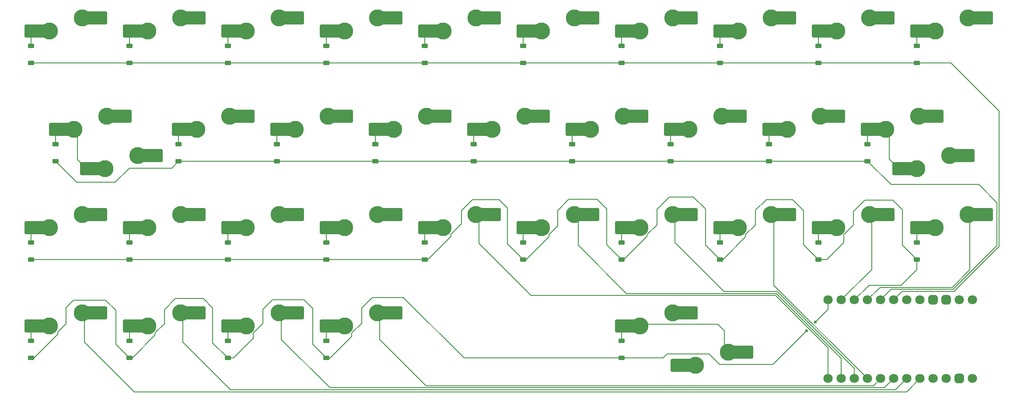
<source format=gbr>
%TF.GenerationSoftware,KiCad,Pcbnew,8.0.6*%
%TF.CreationDate,2024-12-14T14:22:50-07:00*%
%TF.ProjectId,tabesco-48,74616265-7363-46f2-9d34-382e6b696361,rev?*%
%TF.SameCoordinates,Original*%
%TF.FileFunction,Copper,L2,Bot*%
%TF.FilePolarity,Positive*%
%FSLAX46Y46*%
G04 Gerber Fmt 4.6, Leading zero omitted, Abs format (unit mm)*
G04 Created by KiCad (PCBNEW 8.0.6) date 2024-12-14 14:22:50*
%MOMM*%
%LPD*%
G01*
G04 APERTURE LIST*
G04 Aperture macros list*
%AMRoundRect*
0 Rectangle with rounded corners*
0 $1 Rounding radius*
0 $2 $3 $4 $5 $6 $7 $8 $9 X,Y pos of 4 corners*
0 Add a 4 corners polygon primitive as box body*
4,1,4,$2,$3,$4,$5,$6,$7,$8,$9,$2,$3,0*
0 Add four circle primitives for the rounded corners*
1,1,$1+$1,$2,$3*
1,1,$1+$1,$4,$5*
1,1,$1+$1,$6,$7*
1,1,$1+$1,$8,$9*
0 Add four rect primitives between the rounded corners*
20,1,$1+$1,$2,$3,$4,$5,0*
20,1,$1+$1,$4,$5,$6,$7,0*
20,1,$1+$1,$6,$7,$8,$9,0*
20,1,$1+$1,$8,$9,$2,$3,0*%
G04 Aperture macros list end*
%TA.AperFunction,SMDPad,CuDef*%
%ADD10RoundRect,0.225000X0.375000X-0.225000X0.375000X0.225000X-0.375000X0.225000X-0.375000X-0.225000X0*%
%TD*%
%TA.AperFunction,ComponentPad*%
%ADD11C,3.300000*%
%TD*%
%TA.AperFunction,SMDPad,CuDef*%
%ADD12R,1.650000X2.500000*%
%TD*%
%TA.AperFunction,SMDPad,CuDef*%
%ADD13RoundRect,0.250000X1.025000X1.000000X-1.025000X1.000000X-1.025000X-1.000000X1.025000X-1.000000X0*%
%TD*%
%TA.AperFunction,SMDPad,CuDef*%
%ADD14RoundRect,0.250000X-1.025000X-1.000000X1.025000X-1.000000X1.025000X1.000000X-1.025000X1.000000X0*%
%TD*%
%TA.AperFunction,ComponentPad*%
%ADD15C,1.800000*%
%TD*%
%TA.AperFunction,ComponentPad*%
%ADD16RoundRect,0.450000X0.450000X-0.450000X0.450000X0.450000X-0.450000X0.450000X-0.450000X-0.450000X0*%
%TD*%
%TA.AperFunction,ViaPad*%
%ADD17C,0.600000*%
%TD*%
%TA.AperFunction,Conductor*%
%ADD18C,0.200000*%
%TD*%
G04 APERTURE END LIST*
D10*
%TO.P,D16,1,K*%
%TO.N,/row1*%
X151701500Y-69517000D03*
%TO.P,D16,2,A*%
%TO.N,Net-(D16-A)*%
X151701500Y-66217000D03*
%TD*%
%TO.P,D20,1,K*%
%TO.N,/row2*%
X46926500Y-88567000D03*
%TO.P,D20,2,A*%
%TO.N,Net-(D20-A)*%
X46926500Y-85267000D03*
%TD*%
%TO.P,D3,1,K*%
%TO.N,/row0*%
X85026500Y-50467000D03*
%TO.P,D3,2,A*%
%TO.N,Net-(D3-A)*%
X85026500Y-47167000D03*
%TD*%
%TO.P,D25,1,K*%
%TO.N,/row2*%
X142176500Y-88567000D03*
%TO.P,D25,2,A*%
%TO.N,Net-(D25-A)*%
X142176500Y-85267000D03*
%TD*%
%TO.P,D30,1,K*%
%TO.N,/row3*%
X46926500Y-107617000D03*
%TO.P,D30,2,A*%
%TO.N,Net-(D30-A)*%
X46926500Y-104317000D03*
%TD*%
%TO.P,D34,1,K*%
%TO.N,/row3*%
X161226500Y-107617000D03*
%TO.P,D34,2,A*%
%TO.N,Net-(D34-A)*%
X161226500Y-104317000D03*
%TD*%
D11*
%TO.P,MX4,1,1*%
%TO.N,Net-(D4-A)*%
X107626500Y-44309500D03*
D12*
X105801500Y-44309500D03*
D13*
X104076500Y-44309500D03*
%TO.P,MX4,2,2*%
%TO.N,/col3*%
X117526500Y-41769500D03*
D12*
X115776500Y-41769500D03*
D11*
X113976500Y-41769500D03*
%TD*%
D10*
%TO.P,D7,1,K*%
%TO.N,/row0*%
X161226500Y-50467000D03*
%TO.P,D7,2,A*%
%TO.N,Net-(D7-A)*%
X161226500Y-47167000D03*
%TD*%
D11*
%TO.P,MX2,1,1*%
%TO.N,Net-(D2-A)*%
X69526500Y-44309500D03*
D12*
X67701500Y-44309500D03*
D13*
X65976500Y-44309500D03*
%TO.P,MX2,2,2*%
%TO.N,/col1*%
X79426500Y-41769500D03*
D12*
X77676500Y-41769500D03*
D11*
X75876500Y-41769500D03*
%TD*%
D10*
%TO.P,D12,1,K*%
%TO.N,/row1*%
X75501500Y-69517000D03*
%TO.P,D12,2,A*%
%TO.N,Net-(D12-A)*%
X75501500Y-66217000D03*
%TD*%
%TO.P,D29,1,K*%
%TO.N,/row2*%
X218376500Y-88567000D03*
%TO.P,D29,2,A*%
%TO.N,Net-(D29-A)*%
X218376500Y-85267000D03*
%TD*%
D11*
%TO.P,MX13,1,1*%
%TO.N,Net-(D13-A)*%
X98101500Y-63359500D03*
D12*
X96276500Y-63359500D03*
D13*
X94551500Y-63359500D03*
%TO.P,MX13,2,2*%
%TO.N,/col2*%
X108001500Y-60819500D03*
D12*
X106251500Y-60819500D03*
D11*
X104451500Y-60819500D03*
%TD*%
D10*
%TO.P,D23,1,K*%
%TO.N,/row2*%
X104076500Y-88567000D03*
%TO.P,D23,2,A*%
%TO.N,Net-(D23-A)*%
X104076500Y-85267000D03*
%TD*%
D11*
%TO.P,MX21,1,1*%
%TO.N,Net-(D21-A)*%
X69526500Y-82409500D03*
D12*
X67701500Y-82409500D03*
D13*
X65976500Y-82409500D03*
%TO.P,MX21,2,2*%
%TO.N,/col1*%
X79426500Y-79869500D03*
D12*
X77676500Y-79869500D03*
D11*
X75876500Y-79869500D03*
%TD*%
D10*
%TO.P,D18,1,K*%
%TO.N,/row1*%
X189801500Y-69517000D03*
%TO.P,D18,2,A*%
%TO.N,Net-(D18-A)*%
X189801500Y-66217000D03*
%TD*%
D11*
%TO.P,MX15,1,1*%
%TO.N,Net-(D15-A)*%
X136201500Y-63359500D03*
D12*
X134376500Y-63359500D03*
D13*
X132651500Y-63359500D03*
%TO.P,MX15,2,2*%
%TO.N,/col4*%
X146101500Y-60819500D03*
D12*
X144351500Y-60819500D03*
D11*
X142551500Y-60819500D03*
%TD*%
%TO.P,MX11,1,1*%
%TO.N,Net-(D11-A)*%
X55239000Y-63359500D03*
D12*
X53414000Y-63359500D03*
D13*
X51689000Y-63359500D03*
%TO.P,MX11,2,2*%
%TO.N,/col0*%
X65139000Y-60819500D03*
D12*
X63389000Y-60819500D03*
D11*
X61589000Y-60819500D03*
%TD*%
%TO.P,MX19-2,1,1*%
%TO.N,/col8*%
X224784000Y-68439500D03*
D12*
X226609000Y-68439500D03*
D14*
X228334000Y-68439500D03*
%TO.P,MX19-2,2,2*%
%TO.N,Net-(D19-A)*%
X214884000Y-70979500D03*
D12*
X216634000Y-70979500D03*
D11*
X218434000Y-70979500D03*
%TD*%
%TO.P,MX24,1,1*%
%TO.N,Net-(D24-A)*%
X126676500Y-82409500D03*
D12*
X124851500Y-82409500D03*
D13*
X123126500Y-82409500D03*
%TO.P,MX24,2,2*%
%TO.N,/col4*%
X136576500Y-79869500D03*
D12*
X134826500Y-79869500D03*
D11*
X133026500Y-79869500D03*
%TD*%
%TO.P,MX8,1,1*%
%TO.N,Net-(D8-A)*%
X183826500Y-44309500D03*
D12*
X182001500Y-44309500D03*
D13*
X180276500Y-44309500D03*
%TO.P,MX8,2,2*%
%TO.N,/col7*%
X193726500Y-41769500D03*
D12*
X191976500Y-41769500D03*
D11*
X190176500Y-41769500D03*
%TD*%
%TO.P,MX3,1,1*%
%TO.N,Net-(D3-A)*%
X88576500Y-44309500D03*
D12*
X86751500Y-44309500D03*
D13*
X85026500Y-44309500D03*
%TO.P,MX3,2,2*%
%TO.N,/col2*%
X98476500Y-41769500D03*
D12*
X96726500Y-41769500D03*
D11*
X94926500Y-41769500D03*
%TD*%
%TO.P,MX29,1,1*%
%TO.N,Net-(D29-A)*%
X221926500Y-82409500D03*
D12*
X220101500Y-82409500D03*
D13*
X218376500Y-82409500D03*
%TO.P,MX29,2,2*%
%TO.N,/col9*%
X231826500Y-79869500D03*
D12*
X230076500Y-79869500D03*
D11*
X228276500Y-79869500D03*
%TD*%
%TO.P,MX17,1,1*%
%TO.N,Net-(D17-A)*%
X174301500Y-63359500D03*
D12*
X172476500Y-63359500D03*
D13*
X170751500Y-63359500D03*
%TO.P,MX17,2,2*%
%TO.N,/col6*%
X184201500Y-60819500D03*
D12*
X182451500Y-60819500D03*
D11*
X180651500Y-60819500D03*
%TD*%
D10*
%TO.P,D4,1,K*%
%TO.N,/row0*%
X104076500Y-50467000D03*
%TO.P,D4,2,A*%
%TO.N,Net-(D4-A)*%
X104076500Y-47167000D03*
%TD*%
%TO.P,D27,1,K*%
%TO.N,/row2*%
X180276500Y-88567000D03*
%TO.P,D27,2,A*%
%TO.N,Net-(D27-A)*%
X180276500Y-85267000D03*
%TD*%
D11*
%TO.P,MX11-2,1,1*%
%TO.N,/col0*%
X67621500Y-68439500D03*
D12*
X69446500Y-68439500D03*
D14*
X71171500Y-68439500D03*
%TO.P,MX11-2,2,2*%
%TO.N,Net-(D11-A)*%
X57721500Y-70979500D03*
D12*
X59471500Y-70979500D03*
D11*
X61271500Y-70979500D03*
%TD*%
%TO.P,MX32,1,1*%
%TO.N,Net-(D32-A)*%
X88576500Y-101459500D03*
D12*
X86751500Y-101459500D03*
D13*
X85026500Y-101459500D03*
%TO.P,MX32,2,2*%
%TO.N,/col2*%
X98476500Y-98919500D03*
D12*
X96726500Y-98919500D03*
D11*
X94926500Y-98919500D03*
%TD*%
%TO.P,MX28,1,1*%
%TO.N,Net-(D28-A)*%
X202876500Y-82409500D03*
D12*
X201051500Y-82409500D03*
D13*
X199326500Y-82409500D03*
%TO.P,MX28,2,2*%
%TO.N,/col8*%
X212776500Y-79869500D03*
D12*
X211026500Y-79869500D03*
D11*
X209226500Y-79869500D03*
%TD*%
D10*
%TO.P,D33,1,K*%
%TO.N,/row3*%
X104076500Y-107617000D03*
%TO.P,D33,2,A*%
%TO.N,Net-(D33-A)*%
X104076500Y-104317000D03*
%TD*%
D11*
%TO.P,MX1,1,1*%
%TO.N,Net-(D1-A)*%
X50476500Y-44309500D03*
D12*
X48651500Y-44309500D03*
D13*
X46926500Y-44309500D03*
%TO.P,MX1,2,2*%
%TO.N,/col0*%
X60376500Y-41769500D03*
D12*
X58626500Y-41769500D03*
D11*
X56826500Y-41769500D03*
%TD*%
%TO.P,MX27,1,1*%
%TO.N,Net-(D27-A)*%
X183826500Y-82409500D03*
D12*
X182001500Y-82409500D03*
D13*
X180276500Y-82409500D03*
%TO.P,MX27,2,2*%
%TO.N,/col7*%
X193726500Y-79869500D03*
D12*
X191976500Y-79869500D03*
D11*
X190176500Y-79869500D03*
%TD*%
D10*
%TO.P,D6,1,K*%
%TO.N,/row0*%
X142176500Y-50467000D03*
%TO.P,D6,2,A*%
%TO.N,Net-(D6-A)*%
X142176500Y-47167000D03*
%TD*%
D11*
%TO.P,MX14,1,1*%
%TO.N,Net-(D14-A)*%
X117151500Y-63359500D03*
D12*
X115326500Y-63359500D03*
D13*
X113601500Y-63359500D03*
%TO.P,MX14,2,2*%
%TO.N,/col3*%
X127051500Y-60819500D03*
D12*
X125301500Y-60819500D03*
D11*
X123501500Y-60819500D03*
%TD*%
D10*
%TO.P,D2,1,K*%
%TO.N,/row0*%
X65976500Y-50467000D03*
%TO.P,D2,2,A*%
%TO.N,Net-(D2-A)*%
X65976500Y-47167000D03*
%TD*%
%TO.P,D13,1,K*%
%TO.N,/row1*%
X94551500Y-69517000D03*
%TO.P,D13,2,A*%
%TO.N,Net-(D13-A)*%
X94551500Y-66217000D03*
%TD*%
D11*
%TO.P,MX5,1,1*%
%TO.N,Net-(D5-A)*%
X126676500Y-44309500D03*
D12*
X124851500Y-44309500D03*
D13*
X123126500Y-44309500D03*
%TO.P,MX5,2,2*%
%TO.N,/col4*%
X136576500Y-41769500D03*
D12*
X134826500Y-41769500D03*
D11*
X133026500Y-41769500D03*
%TD*%
%TO.P,MX18,1,1*%
%TO.N,Net-(D18-A)*%
X193351500Y-63359500D03*
D12*
X191526500Y-63359500D03*
D13*
X189801500Y-63359500D03*
%TO.P,MX18,2,2*%
%TO.N,/col7*%
X203251500Y-60819500D03*
D12*
X201501500Y-60819500D03*
D11*
X199701500Y-60819500D03*
%TD*%
%TO.P,MX23,1,1*%
%TO.N,Net-(D23-A)*%
X107626500Y-82409500D03*
D12*
X105801500Y-82409500D03*
D13*
X104076500Y-82409500D03*
%TO.P,MX23,2,2*%
%TO.N,/col3*%
X117526500Y-79869500D03*
D12*
X115776500Y-79869500D03*
D11*
X113976500Y-79869500D03*
%TD*%
%TO.P,MX34,1,1*%
%TO.N,Net-(D34-A)*%
X164776500Y-101459500D03*
D12*
X162951500Y-101459500D03*
D13*
X161226500Y-101459500D03*
%TO.P,MX34,2,2*%
%TO.N,/col6*%
X174676500Y-98919500D03*
D12*
X172926500Y-98919500D03*
D11*
X171126500Y-98919500D03*
%TD*%
D10*
%TO.P,D17,1,K*%
%TO.N,/row1*%
X170751500Y-69517000D03*
%TO.P,D17,2,A*%
%TO.N,Net-(D17-A)*%
X170751500Y-66217000D03*
%TD*%
%TO.P,D11,1,K*%
%TO.N,/row1*%
X51689000Y-69517000D03*
%TO.P,D11,2,A*%
%TO.N,Net-(D11-A)*%
X51689000Y-66217000D03*
%TD*%
%TO.P,D31,1,K*%
%TO.N,/row3*%
X65976500Y-107617000D03*
%TO.P,D31,2,A*%
%TO.N,Net-(D31-A)*%
X65976500Y-104317000D03*
%TD*%
D11*
%TO.P,MX33,1,1*%
%TO.N,Net-(D33-A)*%
X107626500Y-101459500D03*
D12*
X105801500Y-101459500D03*
D13*
X104076500Y-101459500D03*
%TO.P,MX33,2,2*%
%TO.N,/col3*%
X117526500Y-98919500D03*
D12*
X115776500Y-98919500D03*
D11*
X113976500Y-98919500D03*
%TD*%
%TO.P,MX25,1,1*%
%TO.N,Net-(D25-A)*%
X145726500Y-82409500D03*
D12*
X143901500Y-82409500D03*
D13*
X142176500Y-82409500D03*
%TO.P,MX25,2,2*%
%TO.N,/col5*%
X155626500Y-79869500D03*
D12*
X153876500Y-79869500D03*
D11*
X152076500Y-79869500D03*
%TD*%
D10*
%TO.P,D22,1,K*%
%TO.N,/row2*%
X85026500Y-88567000D03*
%TO.P,D22,2,A*%
%TO.N,Net-(D22-A)*%
X85026500Y-85267000D03*
%TD*%
D11*
%TO.P,MX7,1,1*%
%TO.N,Net-(D7-A)*%
X164776500Y-44309500D03*
D12*
X162951500Y-44309500D03*
D13*
X161226500Y-44309500D03*
%TO.P,MX7,2,2*%
%TO.N,/col6*%
X174676500Y-41769500D03*
D12*
X172926500Y-41769500D03*
D11*
X171126500Y-41769500D03*
%TD*%
D10*
%TO.P,D32,1,K*%
%TO.N,/row3*%
X85026500Y-107617000D03*
%TO.P,D32,2,A*%
%TO.N,Net-(D32-A)*%
X85026500Y-104317000D03*
%TD*%
%TO.P,D21,1,K*%
%TO.N,/row2*%
X65976500Y-88567000D03*
%TO.P,D21,2,A*%
%TO.N,Net-(D21-A)*%
X65976500Y-85267000D03*
%TD*%
D11*
%TO.P,MX16,1,1*%
%TO.N,Net-(D16-A)*%
X155251500Y-63359500D03*
D12*
X153426500Y-63359500D03*
D13*
X151701500Y-63359500D03*
%TO.P,MX16,2,2*%
%TO.N,/col5*%
X165151500Y-60819500D03*
D12*
X163401500Y-60819500D03*
D11*
X161601500Y-60819500D03*
%TD*%
D15*
%TO.P,U1,1,D3-TX*%
%TO.N,unconnected-(U1-D3-TX-Pad1)*%
X229146500Y-96399500D03*
%TO.P,U1,2,D2-RX*%
%TO.N,unconnected-(U1-D2-RX-Pad2)*%
X226606500Y-96399500D03*
D16*
%TO.P,U1,3,GND*%
%TO.N,GND*%
X224066500Y-96399500D03*
%TO.P,U1,4,GND*%
X221526500Y-96399500D03*
D15*
%TO.P,U1,5,D1*%
%TO.N,unconnected-(U1-D1-Pad5)*%
X218986500Y-96399500D03*
%TO.P,U1,6,D0*%
%TO.N,unconnected-(U1-D0-Pad6)*%
X216446500Y-96399500D03*
%TO.P,U1,7,D4*%
%TO.N,/row0*%
X213906500Y-96399500D03*
%TO.P,U1,8,C6*%
%TO.N,/row1*%
X211366500Y-96399500D03*
%TO.P,U1,9,D7*%
%TO.N,/col9*%
X208826500Y-96399500D03*
%TO.P,U1,10,E6*%
%TO.N,/row2*%
X206286500Y-96399500D03*
%TO.P,U1,11,B4*%
%TO.N,/col8*%
X203746500Y-96399500D03*
%TO.P,U1,12,B5*%
%TO.N,/row3*%
X201206500Y-96399500D03*
%TO.P,U1,13,B0*%
%TO.N,unconnected-(U1-B0-Pad13)*%
X229146500Y-111639500D03*
D16*
%TO.P,U1,14,GND*%
%TO.N,GND*%
X226606500Y-111639500D03*
D15*
%TO.P,U1,15,RST*%
%TO.N,RST*%
X224066500Y-111639500D03*
%TO.P,U1,16,VCC*%
%TO.N,VCC*%
X221526500Y-111639500D03*
%TO.P,U1,17,F4*%
%TO.N,/col0*%
X218986500Y-111639500D03*
%TO.P,U1,18,F5*%
%TO.N,/col1*%
X216446500Y-111639500D03*
%TO.P,U1,19,F6*%
%TO.N,/col2*%
X213906500Y-111639500D03*
%TO.P,U1,20,F7*%
%TO.N,/col3*%
X211366500Y-111639500D03*
%TO.P,U1,21,B1*%
%TO.N,/col7*%
X208826500Y-111639500D03*
%TO.P,U1,22,B3*%
%TO.N,/col6*%
X206286500Y-111639500D03*
%TO.P,U1,23,B2*%
%TO.N,/col5*%
X203746500Y-111639500D03*
%TO.P,U1,24,B6*%
%TO.N,/col4*%
X201206500Y-111639500D03*
%TD*%
D10*
%TO.P,D28,1,K*%
%TO.N,/row2*%
X199326500Y-88567000D03*
%TO.P,D28,2,A*%
%TO.N,Net-(D28-A)*%
X199326500Y-85267000D03*
%TD*%
D11*
%TO.P,MX12,1,1*%
%TO.N,Net-(D12-A)*%
X79051500Y-63359500D03*
D12*
X77226500Y-63359500D03*
D13*
X75501500Y-63359500D03*
%TO.P,MX12,2,2*%
%TO.N,/col1*%
X88951500Y-60819500D03*
D12*
X87201500Y-60819500D03*
D11*
X85401500Y-60819500D03*
%TD*%
D10*
%TO.P,D1,1,K*%
%TO.N,/row0*%
X46926500Y-50467000D03*
%TO.P,D1,2,A*%
%TO.N,Net-(D1-A)*%
X46926500Y-47167000D03*
%TD*%
%TO.P,D26,1,K*%
%TO.N,/row2*%
X161226500Y-88567000D03*
%TO.P,D26,2,A*%
%TO.N,Net-(D26-A)*%
X161226500Y-85267000D03*
%TD*%
%TO.P,D19,1,K*%
%TO.N,/row1*%
X208851500Y-69517000D03*
%TO.P,D19,2,A*%
%TO.N,Net-(D19-A)*%
X208851500Y-66217000D03*
%TD*%
D11*
%TO.P,MX31,1,1*%
%TO.N,Net-(D31-A)*%
X69526500Y-101459500D03*
D12*
X67701500Y-101459500D03*
D13*
X65976500Y-101459500D03*
%TO.P,MX31,2,2*%
%TO.N,/col1*%
X79426500Y-98919500D03*
D12*
X77676500Y-98919500D03*
D11*
X75876500Y-98919500D03*
%TD*%
%TO.P,MX10,1,1*%
%TO.N,Net-(D10-A)*%
X221926500Y-44309500D03*
D12*
X220101500Y-44309500D03*
D13*
X218376500Y-44309500D03*
%TO.P,MX10,2,2*%
%TO.N,/col9*%
X231826500Y-41769500D03*
D12*
X230076500Y-41769500D03*
D11*
X228276500Y-41769500D03*
%TD*%
D10*
%TO.P,D24,1,K*%
%TO.N,/row2*%
X123126500Y-88567000D03*
%TO.P,D24,2,A*%
%TO.N,Net-(D24-A)*%
X123126500Y-85267000D03*
%TD*%
D11*
%TO.P,MX34-2,1,1*%
%TO.N,Net-(D34-A)*%
X181921500Y-106539500D03*
D12*
X183746500Y-106539500D03*
D14*
X185471500Y-106539500D03*
%TO.P,MX34-2,2,2*%
%TO.N,/col6*%
X172021500Y-109079500D03*
D12*
X173771500Y-109079500D03*
D11*
X175571500Y-109079500D03*
%TD*%
D10*
%TO.P,D8,1,K*%
%TO.N,/row0*%
X180276500Y-50467000D03*
%TO.P,D8,2,A*%
%TO.N,Net-(D8-A)*%
X180276500Y-47167000D03*
%TD*%
%TO.P,D9,1,K*%
%TO.N,/row0*%
X199326500Y-50467000D03*
%TO.P,D9,2,A*%
%TO.N,Net-(D9-A)*%
X199326500Y-47167000D03*
%TD*%
D11*
%TO.P,MX6,1,1*%
%TO.N,Net-(D6-A)*%
X145726500Y-44309500D03*
D12*
X143901500Y-44309500D03*
D13*
X142176500Y-44309500D03*
%TO.P,MX6,2,2*%
%TO.N,/col5*%
X155626500Y-41769500D03*
D12*
X153876500Y-41769500D03*
D11*
X152076500Y-41769500D03*
%TD*%
%TO.P,MX20,1,1*%
%TO.N,Net-(D20-A)*%
X50476500Y-82409500D03*
D12*
X48651500Y-82409500D03*
D13*
X46926500Y-82409500D03*
%TO.P,MX20,2,2*%
%TO.N,/col0*%
X60376500Y-79869500D03*
D12*
X58626500Y-79869500D03*
D11*
X56826500Y-79869500D03*
%TD*%
D10*
%TO.P,D5,1,K*%
%TO.N,/row0*%
X123126500Y-50467000D03*
%TO.P,D5,2,A*%
%TO.N,Net-(D5-A)*%
X123126500Y-47167000D03*
%TD*%
D11*
%TO.P,MX30,1,1*%
%TO.N,Net-(D30-A)*%
X50476500Y-101459500D03*
D12*
X48651500Y-101459500D03*
D13*
X46926500Y-101459500D03*
%TO.P,MX30,2,2*%
%TO.N,/col0*%
X60376500Y-98919500D03*
D12*
X58626500Y-98919500D03*
D11*
X56826500Y-98919500D03*
%TD*%
D10*
%TO.P,D10,1,K*%
%TO.N,/row0*%
X218376500Y-50467000D03*
%TO.P,D10,2,A*%
%TO.N,Net-(D10-A)*%
X218376500Y-47167000D03*
%TD*%
D11*
%TO.P,MX19,1,1*%
%TO.N,Net-(D19-A)*%
X212401500Y-63359500D03*
D12*
X210576500Y-63359500D03*
D13*
X208851500Y-63359500D03*
%TO.P,MX19,2,2*%
%TO.N,/col8*%
X222301500Y-60819500D03*
D12*
X220551500Y-60819500D03*
D11*
X218751500Y-60819500D03*
%TD*%
%TO.P,MX22,1,1*%
%TO.N,Net-(D22-A)*%
X88576500Y-82409500D03*
D12*
X86751500Y-82409500D03*
D13*
X85026500Y-82409500D03*
%TO.P,MX22,2,2*%
%TO.N,/col2*%
X98476500Y-79869500D03*
D12*
X96726500Y-79869500D03*
D11*
X94926500Y-79869500D03*
%TD*%
D10*
%TO.P,D15,1,K*%
%TO.N,/row1*%
X132651500Y-69517000D03*
%TO.P,D15,2,A*%
%TO.N,Net-(D15-A)*%
X132651500Y-66217000D03*
%TD*%
D11*
%TO.P,MX26,1,1*%
%TO.N,Net-(D26-A)*%
X164776500Y-82409500D03*
D12*
X162951500Y-82409500D03*
D13*
X161226500Y-82409500D03*
%TO.P,MX26,2,2*%
%TO.N,/col6*%
X174676500Y-79869500D03*
D12*
X172926500Y-79869500D03*
D11*
X171126500Y-79869500D03*
%TD*%
D10*
%TO.P,D14,1,K*%
%TO.N,/row1*%
X113601500Y-69517000D03*
%TO.P,D14,2,A*%
%TO.N,Net-(D14-A)*%
X113601500Y-66217000D03*
%TD*%
D11*
%TO.P,MX9,1,1*%
%TO.N,Net-(D9-A)*%
X202876500Y-44309500D03*
D12*
X201051500Y-44309500D03*
D13*
X199326500Y-44309500D03*
%TO.P,MX9,2,2*%
%TO.N,/col8*%
X212776500Y-41769500D03*
D12*
X211026500Y-41769500D03*
D11*
X209226500Y-41769500D03*
%TD*%
D17*
%TO.N,/row3*%
X198725765Y-100690235D03*
X197023706Y-102382294D03*
%TD*%
D18*
%TO.N,/row0*%
X215546500Y-94759500D02*
X213906500Y-96399500D01*
X218376500Y-50467000D02*
X225026500Y-50467000D01*
X234311500Y-86044500D02*
X225596500Y-94759500D01*
X225596500Y-94759500D02*
X215546500Y-94759500D01*
X218376500Y-50467000D02*
X46926500Y-50467000D01*
X234311500Y-59752000D02*
X234311500Y-86044500D01*
X225026500Y-50467000D02*
X234311500Y-59752000D01*
%TO.N,Net-(D1-A)*%
X46926500Y-44309500D02*
X46926500Y-47167000D01*
%TO.N,Net-(D2-A)*%
X65976500Y-44309500D02*
X65976500Y-47167000D01*
%TO.N,Net-(D3-A)*%
X85026500Y-44309500D02*
X85026500Y-47167000D01*
%TO.N,Net-(D4-A)*%
X104076500Y-44309500D02*
X104076500Y-47167000D01*
%TO.N,Net-(D5-A)*%
X123126500Y-44309500D02*
X123126500Y-47167000D01*
%TO.N,Net-(D6-A)*%
X142176500Y-44309500D02*
X142176500Y-47167000D01*
%TO.N,Net-(D7-A)*%
X161226500Y-44309500D02*
X161226500Y-47167000D01*
%TO.N,Net-(D8-A)*%
X180276500Y-44309500D02*
X180276500Y-47167000D01*
%TO.N,Net-(D9-A)*%
X199326500Y-44309500D02*
X199326500Y-47167000D01*
%TO.N,Net-(D10-A)*%
X218376500Y-44309500D02*
X218376500Y-47167000D01*
%TO.N,Net-(D11-A)*%
X51689000Y-63359500D02*
X51689000Y-66217000D01*
X55239000Y-63359500D02*
X55906500Y-64027000D01*
X55906500Y-64027000D02*
X55906500Y-69164500D01*
X55906500Y-69164500D02*
X57721500Y-70979500D01*
%TO.N,/row1*%
X208851500Y-69517000D02*
X213386500Y-74052000D01*
X74169000Y-70849500D02*
X75501500Y-69517000D01*
X213386500Y-74052000D02*
X230411500Y-74052000D01*
X63226500Y-73609500D02*
X65986500Y-70849500D01*
X213406500Y-94359500D02*
X211366500Y-96399500D01*
X233911500Y-77552000D02*
X233911500Y-85878814D01*
X55781500Y-73609500D02*
X63226500Y-73609500D01*
X233911500Y-85878814D02*
X225430814Y-94359500D01*
X230411500Y-74052000D02*
X233911500Y-77552000D01*
X225430814Y-94359500D02*
X213406500Y-94359500D01*
X51689000Y-69517000D02*
X55781500Y-73609500D01*
X75501500Y-69517000D02*
X208851500Y-69517000D01*
X65986500Y-70849500D02*
X74169000Y-70849500D01*
%TO.N,Net-(D12-A)*%
X75501500Y-63359500D02*
X75501500Y-66217000D01*
%TO.N,Net-(D13-A)*%
X94551500Y-63359500D02*
X94551500Y-66217000D01*
%TO.N,Net-(D14-A)*%
X113601500Y-63359500D02*
X113601500Y-66217000D01*
%TO.N,Net-(D15-A)*%
X132651500Y-63359500D02*
X132651500Y-66217000D01*
%TO.N,Net-(D16-A)*%
X151701500Y-63359500D02*
X151701500Y-66217000D01*
%TO.N,Net-(D17-A)*%
X170751500Y-63359500D02*
X170751500Y-66217000D01*
%TO.N,Net-(D18-A)*%
X189801500Y-63359500D02*
X189801500Y-66217000D01*
%TO.N,Net-(D19-A)*%
X213046500Y-69142000D02*
X214884000Y-70979500D01*
X212401500Y-63359500D02*
X213046500Y-64004500D01*
X208851500Y-63359500D02*
X208851500Y-66217000D01*
X213046500Y-64004500D02*
X213046500Y-69142000D01*
%TO.N,Net-(D20-A)*%
X46926500Y-82409500D02*
X46926500Y-85267000D01*
%TO.N,Net-(D21-A)*%
X65976500Y-82409500D02*
X65976500Y-85267000D01*
%TO.N,/row2*%
X175166500Y-76449500D02*
X177506500Y-78789500D01*
X46926500Y-88567000D02*
X123126500Y-88567000D01*
X161226500Y-88567000D02*
X161692122Y-88567000D01*
X215376500Y-93559500D02*
X209126500Y-93559500D01*
X161692122Y-88567000D02*
X166192600Y-84066522D01*
X206156500Y-81899500D02*
X206156500Y-79239500D01*
X147156500Y-84187000D02*
X147156500Y-83737217D01*
X199326500Y-88567000D02*
X200979000Y-88567000D01*
X204292600Y-83763400D02*
X206156500Y-81899500D01*
X209126500Y-93559500D02*
X206286500Y-96399500D01*
X158376500Y-78769500D02*
X158376500Y-85717000D01*
X168066500Y-78849500D02*
X170466500Y-76449500D01*
X189246500Y-76959500D02*
X194356500Y-76959500D01*
X123126500Y-88567000D02*
X123726500Y-88567000D01*
X132336500Y-76959500D02*
X137526500Y-76959500D01*
X123726500Y-88567000D02*
X128206500Y-84087000D01*
X215596500Y-85787000D02*
X218376500Y-88567000D01*
X177506500Y-85797000D02*
X180276500Y-88567000D01*
X156536500Y-76929500D02*
X158376500Y-78769500D01*
X187166500Y-81859500D02*
X187166500Y-79039500D01*
X196466500Y-85707000D02*
X199326500Y-88567000D01*
X185242600Y-83783400D02*
X187166500Y-81859500D01*
X187166500Y-79039500D02*
X189246500Y-76959500D01*
X147156500Y-83737217D02*
X148876500Y-82017217D01*
X128206500Y-83637217D02*
X130226500Y-81617217D01*
X142176500Y-88567000D02*
X142776500Y-88567000D01*
X180876500Y-88567000D02*
X185242600Y-84200900D01*
X196466500Y-79069500D02*
X196466500Y-85707000D01*
X150996500Y-76929500D02*
X156536500Y-76929500D01*
X215596500Y-78899500D02*
X215596500Y-85787000D01*
X204292600Y-85253400D02*
X204292600Y-83763400D01*
X142776500Y-88567000D02*
X147156500Y-84187000D01*
X170466500Y-76449500D02*
X175166500Y-76449500D01*
X194356500Y-76959500D02*
X196466500Y-79069500D01*
X213766500Y-77069500D02*
X215596500Y-78899500D01*
X130226500Y-81617217D02*
X130226500Y-79069500D01*
X180276500Y-88567000D02*
X180876500Y-88567000D01*
X137526500Y-76959500D02*
X139126500Y-78559500D01*
X128206500Y-84087000D02*
X128206500Y-83637217D01*
X177506500Y-78789500D02*
X177506500Y-85797000D01*
X139126500Y-85517000D02*
X142176500Y-88567000D01*
X130226500Y-79069500D02*
X132336500Y-76959500D01*
X139126500Y-78559500D02*
X139126500Y-85517000D01*
X218376500Y-88567000D02*
X218376500Y-90559500D01*
X158376500Y-85717000D02*
X161226500Y-88567000D01*
X148876500Y-79049500D02*
X150996500Y-76929500D01*
X148876500Y-82017217D02*
X148876500Y-79049500D01*
X218376500Y-90559500D02*
X215376500Y-93559500D01*
X185242600Y-84200900D02*
X185242600Y-83783400D01*
X208326500Y-77069500D02*
X213766500Y-77069500D01*
X200979000Y-88567000D02*
X204292600Y-85253400D01*
X166192600Y-83751117D02*
X168066500Y-81877217D01*
X168066500Y-81877217D02*
X168066500Y-78849500D01*
X206156500Y-79239500D02*
X208326500Y-77069500D01*
X166192600Y-84066522D02*
X166192600Y-83751117D01*
%TO.N,Net-(D22-A)*%
X85026500Y-82409500D02*
X85026500Y-85267000D01*
%TO.N,Net-(D23-A)*%
X104076500Y-82409500D02*
X104076500Y-85267000D01*
%TO.N,Net-(D24-A)*%
X123126500Y-82409500D02*
X123126500Y-85267000D01*
%TO.N,Net-(D25-A)*%
X142176500Y-82409500D02*
X142176500Y-85267000D01*
%TO.N,Net-(D26-A)*%
X161226500Y-82409500D02*
X161226500Y-85267000D01*
%TO.N,Net-(D27-A)*%
X180276500Y-82409500D02*
X180276500Y-85267000D01*
%TO.N,Net-(D28-A)*%
X199326500Y-82409500D02*
X199326500Y-85267000D01*
%TO.N,Net-(D29-A)*%
X218376500Y-82409500D02*
X218376500Y-85267000D01*
%TO.N,Net-(D30-A)*%
X46926500Y-101459500D02*
X46926500Y-104317000D01*
%TO.N,/row3*%
X99746500Y-96349500D02*
X101436500Y-98039500D01*
X119036500Y-95929500D02*
X130724000Y-107617000D01*
X86169000Y-107617000D02*
X89992600Y-103793400D01*
X190496500Y-108919500D02*
X197023706Y-102392294D01*
X61356500Y-96429500D02*
X63326500Y-98399500D01*
X109042600Y-103463400D02*
X109042600Y-102801117D01*
X72756500Y-98269500D02*
X74886500Y-96139500D01*
X104076500Y-107617000D02*
X104889000Y-107617000D01*
X198725765Y-100690235D02*
X201206500Y-98209500D01*
X63326500Y-104967000D02*
X65976500Y-107617000D01*
X170086500Y-106839500D02*
X169309000Y-107617000D01*
X110936500Y-97969500D02*
X112976500Y-95929500D01*
X190496500Y-108919500D02*
X180236500Y-108919500D01*
X93686500Y-96349500D02*
X99746500Y-96349500D01*
X82116500Y-97939500D02*
X82116500Y-104707000D01*
X70942600Y-102803400D02*
X72756500Y-100989500D01*
X46926500Y-107617000D02*
X47526500Y-107617000D01*
X80316500Y-96139500D02*
X82116500Y-97939500D01*
X74886500Y-96139500D02*
X80316500Y-96139500D01*
X66576500Y-107617000D02*
X70942600Y-103250900D01*
X89992600Y-102801117D02*
X91846500Y-100947217D01*
X101436500Y-98039500D02*
X101436500Y-104977000D01*
X52080359Y-102613358D02*
X53676500Y-101017217D01*
X47526500Y-107617000D02*
X52080359Y-103063141D01*
X109042600Y-102801117D02*
X110936500Y-100907217D01*
X63326500Y-98399500D02*
X63326500Y-104967000D01*
X53676500Y-101017217D02*
X53676500Y-97909500D01*
X180236500Y-108919500D02*
X178156500Y-106839500D01*
X72756500Y-100989500D02*
X72756500Y-98269500D01*
X89992600Y-103793400D02*
X89992600Y-102801117D01*
X91846500Y-100947217D02*
X91846500Y-98189500D01*
X65976500Y-107617000D02*
X66576500Y-107617000D01*
X110936500Y-100907217D02*
X110936500Y-97969500D01*
X178156500Y-106839500D02*
X170086500Y-106839500D01*
X197023706Y-102392294D02*
X197023706Y-102382294D01*
X52080359Y-103063141D02*
X52080359Y-102613358D01*
X53676500Y-97909500D02*
X55156500Y-96429500D01*
X201206500Y-98209500D02*
X201206500Y-96399500D01*
X130724000Y-107617000D02*
X161226500Y-107617000D01*
X112976500Y-95929500D02*
X119036500Y-95929500D01*
X169309000Y-107617000D02*
X161226500Y-107617000D01*
X70942600Y-103250900D02*
X70942600Y-102803400D01*
X82116500Y-104707000D02*
X85026500Y-107617000D01*
X101436500Y-104977000D02*
X104076500Y-107617000D01*
X91846500Y-98189500D02*
X93686500Y-96349500D01*
X85026500Y-107617000D02*
X86169000Y-107617000D01*
X104889000Y-107617000D02*
X109042600Y-103463400D01*
X55156500Y-96429500D02*
X61356500Y-96429500D01*
%TO.N,Net-(D31-A)*%
X65976500Y-101459500D02*
X65976500Y-104317000D01*
%TO.N,/col0*%
X57286500Y-104549500D02*
X66956500Y-114219500D01*
X66956500Y-114219500D02*
X216406500Y-114219500D01*
X216406500Y-114219500D02*
X218986500Y-111639500D01*
X56826500Y-98919500D02*
X57286500Y-99379500D01*
X57286500Y-99379500D02*
X57286500Y-104549500D01*
%TO.N,/col1*%
X214266500Y-113819500D02*
X216446500Y-111639500D01*
X76356500Y-104609500D02*
X85566500Y-113819500D01*
X75876500Y-98919500D02*
X76356500Y-99399500D01*
X85566500Y-113819500D02*
X214266500Y-113819500D01*
X76356500Y-99399500D02*
X76356500Y-104609500D01*
%TO.N,/col2*%
X212126500Y-113419500D02*
X213906500Y-111639500D01*
X104736500Y-113419500D02*
X212126500Y-113419500D01*
X95376500Y-104059500D02*
X104736500Y-113419500D01*
X94926500Y-98919500D02*
X95376500Y-99369500D01*
X95376500Y-99369500D02*
X95376500Y-104059500D01*
%TO.N,/col3*%
X114456500Y-104089500D02*
X123386500Y-113019500D01*
X209986500Y-113019500D02*
X211366500Y-111639500D01*
X114456500Y-99399500D02*
X114456500Y-104089500D01*
X123386500Y-113019500D02*
X209986500Y-113019500D01*
X113976500Y-98919500D02*
X114456500Y-99399500D01*
%TO.N,/col4*%
X133616500Y-85449500D02*
X143716500Y-95549500D01*
X143716500Y-95549500D02*
X191039442Y-95549500D01*
X201206500Y-105716558D02*
X201206500Y-111639500D01*
X133616500Y-80459500D02*
X133616500Y-85449500D01*
X191039442Y-95549500D02*
X201206500Y-105716558D01*
X133026500Y-79869500D02*
X133616500Y-80459500D01*
%TO.N,/col5*%
X203746500Y-107690872D02*
X203746500Y-111639500D01*
X162216500Y-95149500D02*
X191205128Y-95149500D01*
X152826500Y-85759500D02*
X162216500Y-95149500D01*
X152826500Y-80619500D02*
X152826500Y-85759500D01*
X191205128Y-95149500D02*
X203746500Y-107690872D01*
X152076500Y-79869500D02*
X152826500Y-80619500D01*
%TO.N,/col6*%
X191370814Y-94749500D02*
X206286500Y-109665186D01*
X171536500Y-85269500D02*
X181016500Y-94749500D01*
X171126500Y-79869500D02*
X171536500Y-80279500D01*
X206286500Y-109665186D02*
X206286500Y-111639500D01*
X181016500Y-94749500D02*
X191370814Y-94749500D01*
X171536500Y-80279500D02*
X171536500Y-85269500D01*
%TO.N,/col7*%
X190726500Y-80419500D02*
X190726500Y-93539500D01*
X190176500Y-79869500D02*
X190726500Y-80419500D01*
X190726500Y-93539500D02*
X208826500Y-111639500D01*
%TO.N,/col8*%
X209226500Y-79869500D02*
X209636500Y-80279500D01*
X209636500Y-90509500D02*
X203746500Y-96399500D01*
X209636500Y-80279500D02*
X209636500Y-90509500D01*
X203016500Y-96399500D02*
X203206500Y-96399500D01*
%TO.N,/col9*%
X228666500Y-90558128D02*
X225265128Y-93959500D01*
X228666500Y-80259500D02*
X228666500Y-90558128D01*
X211266500Y-93959500D02*
X208826500Y-96399500D01*
X228276500Y-79869500D02*
X228666500Y-80259500D01*
X225265128Y-93959500D02*
X211266500Y-93959500D01*
%TO.N,Net-(D32-A)*%
X85026500Y-101459500D02*
X85026500Y-104317000D01*
%TO.N,Net-(D34-A)*%
X164776500Y-101459500D02*
X165116500Y-101119500D01*
X181146500Y-105764500D02*
X181921500Y-106539500D01*
X161226500Y-101459500D02*
X161226500Y-104317000D01*
X179856500Y-101119500D02*
X181146500Y-102409500D01*
X181146500Y-102409500D02*
X181146500Y-105764500D01*
X165116500Y-101119500D02*
X179856500Y-101119500D01*
%TO.N,Net-(D33-A)*%
X104076500Y-101459500D02*
X104076500Y-104317000D01*
%TD*%
M02*

</source>
